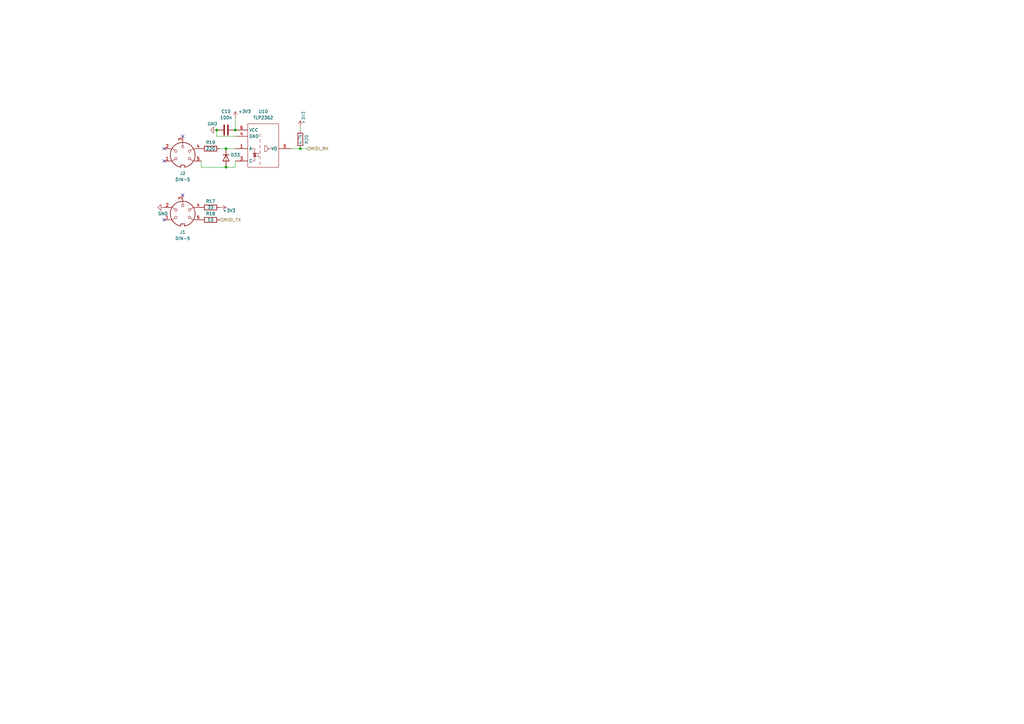
<source format=kicad_sch>
(kicad_sch (version 20230121) (generator eeschema)
  (paper "A3")
  (lib_symbols
    (symbol "Connector:DIN-5" (pin_names (offset 1.016))
      (property "Reference" "J2" (at 0.0001 -7.62 0))
      (property "Value" "DIN-5" (at 0.0001 -10.16 0))
      (symbol "DIN-5_0_1"
        (arc (start -5.08 0) (mid -3.8609 -3.3364) (end -0.762 -5.08) (stroke (width 0.254)))
        (circle (center -2.794 -1.524) (radius 0.508))
        (circle (center -2.794 1.524) (radius 0.508))
        (polyline (pts (xy 0 5.08) (xy 0 3.81)))
        (polyline (pts (xy -5.08 -2.54) (xy -4.318 -2.54) (xy -3.175 -1.905)))
        (polyline (pts (xy -5.08 2.54) (xy -4.318 2.54) (xy -3.175 1.905)))
        (polyline (pts (xy 5.08 -2.54) (xy 4.318 -2.54) (xy 3.175 -1.905)))
        (polyline (pts (xy 5.08 2.54) (xy 4.318 2.54) (xy 3.175 1.905)))
        (polyline (pts (xy -0.762 -4.953) (xy -0.762 -4.191) (xy 0.762 -4.191) (xy 0.762 -4.953)) (stroke (width 0.254)))
        (circle (center 0 3.302) (radius 0.508))
        (arc (start 0.762 -5.08) (mid 3.8685 -3.343) (end 5.08 0) (stroke (width 0.254)))
        (circle (center 2.794 -1.524) (radius 0.508))
        (circle (center 2.794 1.524) (radius 0.508))
        (arc (start 5.08 0) (mid 0 5.0579) (end -5.08 0) (stroke (width 0.254)))
      )
      (symbol "DIN-5_1_1"
        (pin passive line (at -7.62 -2.54 0) (length 2.54) (name "~") (number "1"))
        (pin passive line (at -7.62 2.54 0) (length 2.54) (name "~") (number "2"))
        (pin passive line (at 0 7.62 270) (length 2.54) (name "~") (number "3"))
        (pin passive line (at 7.62 2.54 180) (length 2.54) (name "~") (number "4"))
        (pin passive line (at 7.62 -2.54 180) (length 2.54) (name "~") (number "5"))
        (pin no_connect line (at 12.7 15.24 180) (length 2.54) hide (name "") (number "6"))
        (pin no_connect line (at 12.7 12.7 180) (length 2.54) hide (name "") (number "7"))
        (pin no_connect line (at 12.7 10.16 180) (length 2.54) hide (name "") (number "8"))
        (pin no_connect line (at 12.7 7.62 180) (length 2.54) hide (name "") (number "9"))
      )
    )
    (symbol "DIN-5_1" (pin_names (offset 1.016))
      (property "Reference" "J1" (at 0.0001 -7.62 0))
      (property "Value" "DIN-5" (at 0.0001 -10.16 0))
      (symbol "DIN-5_1_0_1"
        (arc (start -5.08 0) (mid -3.8609 -3.3364) (end -0.762 -5.08) (stroke (width 0.254)))
        (circle (center -2.794 -1.524) (radius 0.508))
        (circle (center -2.794 1.524) (radius 0.508))
        (polyline (pts (xy 0 5.08) (xy 0 3.81)))
        (polyline (pts (xy -5.08 -2.54) (xy -4.318 -2.54) (xy -3.175 -1.905)))
        (polyline (pts (xy -5.08 2.54) (xy -4.318 2.54) (xy -3.175 1.905)))
        (polyline (pts (xy 5.08 -2.54) (xy 4.318 -2.54) (xy 3.175 -1.905)))
        (polyline (pts (xy 5.08 2.54) (xy 4.318 2.54) (xy 3.175 1.905)))
        (polyline (pts (xy -0.762 -4.953) (xy -0.762 -4.191) (xy 0.762 -4.191) (xy 0.762 -4.953)) (stroke (width 0.254)))
        (circle (center 0 3.302) (radius 0.508))
        (arc (start 0.762 -5.08) (mid 3.8685 -3.343) (end 5.08 0) (stroke (width 0.254)))
        (circle (center 2.794 -1.524) (radius 0.508))
        (circle (center 2.794 1.524) (radius 0.508))
        (arc (start 5.08 0) (mid 0 5.0579) (end -5.08 0) (stroke (width 0.254)))
      )
      (symbol "DIN-5_1_1_1"
        (pin passive line (at -7.62 -2.54 0) (length 2.54) (name "~") (number "1"))
        (pin passive line (at -7.62 2.54 0) (length 2.54) (name "~") (number "2"))
        (pin passive line (at 0 7.62 270) (length 2.54) (name "~") (number "3"))
        (pin passive line (at 7.62 2.54 180) (length 2.54) (name "~") (number "4"))
        (pin passive line (at 7.62 -2.54 180) (length 2.54) (name "~") (number "5"))
        (pin no_connect line (at 10.16 20.32 180) (length 2.54) hide (name "") (number "6"))
        (pin no_connect line (at 10.16 17.78 180) (length 2.54) hide (name "") (number "7"))
        (pin no_connect line (at 10.16 15.24 180) (length 2.54) hide (name "") (number "8"))
        (pin no_connect line (at 10.16 12.7 180) (length 2.54) hide (name "") (number "9"))
      )
    )
    (symbol "Device:C" (pin_numbers hide) (pin_names (offset 0.254))
      (property "Reference" "C" (at 0.635 2.54 0))
      (property "Value" "C" (at 0.635 -2.54 0))
      (symbol "C_0_1"
        (polyline (pts (xy -2.032 -0.762) (xy 2.032 -0.762)) (stroke (width 0.508)))
        (polyline (pts (xy -2.032 0.762) (xy 2.032 0.762)) (stroke (width 0.508)))
      )
      (symbol "C_1_1"
        (pin passive line (at 0 3.81 270) (length 2.794) (name "~") (number "1"))
        (pin passive line (at 0 -3.81 90) (length 2.794) (name "~") (number "2"))
      )
    )
    (symbol "Device:R" (pin_numbers hide) (pin_names (offset 0))
      (property "Reference" "R" (at 2.032 0 90))
      (property "Value" "R" (at 0 0 90))
      (symbol "R_0_1"
        (rectangle (start -1.016 -2.54) (end 1.016 2.54) (stroke (width 0.254)))
      )
      (symbol "R_1_1"
        (pin passive line (at 0 3.81 270) (length 1.27) (name "~") (number "1"))
        (pin passive line (at 0 -3.81 90) (length 1.27) (name "~") (number "2"))
      )
    )
    (symbol "Diode:1N4148WT" (pin_numbers hide) (pin_names (offset 1.016) hide)
      (property "Reference" "D" (at 0 2.54 0))
      (property "Value" "1N4148WT" (at 0 -2.54 0))
      (symbol "1N4148WT_0_1"
        (polyline (pts (xy -1.27 1.27) (xy -1.27 -1.27)) (stroke (width 0.254)))
        (polyline (pts (xy 1.27 0) (xy -1.27 0)))
        (polyline (pts (xy 1.27 1.27) (xy 1.27 -1.27) (xy -1.27 0) (xy 1.27 1.27)) (stroke (width 0.254)))
      )
      (symbol "1N4148WT_1_1"
        (pin passive line (at -3.81 0 0) (length 2.54) (name "K") (number "1"))
        (pin passive line (at 3.81 0 180) (length 2.54) (name "A") (number "2"))
      )
    )
    (symbol "Igor:TLP2362"
      (property "Reference" "U?" (at 6.35 21.59 0))
      (property "Value" "TLP2362" (at 6.35 19.05 0))
      (symbol "TLP2362_0_1"
        (polyline (pts (xy 6.985 8.89) (xy 6.985 6.35)))
        (polyline (pts (xy 9.652 7.62) (xy 8.7376 7.62)))
        (polyline (pts (xy 1.7526 2.54) (xy 2.8956 2.54) (xy 2.8956 7.62) (xy 1.7526 7.62)))
        (arc (start 6.985 6.35) (mid 7.883 6.722) (end 8.255 7.62))
        (arc (start 8.255 7.62) (mid 7.883 8.518) (end 6.985 8.89))
        (circle (center 8.509 7.62) (radius 0.1796) (stroke (width 0.05)))
      )
      (symbol "TLP2362_1_1"
        (polyline (pts (xy 2.2606 4.445) (xy 3.5306 4.445)) (stroke (width 0.254)))
        (polyline (pts (xy 5.0546 2.286) (xy 5.0546 1.016)))
        (polyline (pts (xy 5.0546 4.572) (xy 5.0546 3.302)))
        (polyline (pts (xy 5.0546 6.858) (xy 5.0546 5.588)))
        (polyline (pts (xy 5.0546 9.144) (xy 5.0546 7.874)))
        (polyline (pts (xy 5.0546 11.43) (xy 5.0546 10.16)))
        (polyline (pts (xy 5.0546 13.716) (xy 5.0546 12.446)))
        (polyline (pts (xy 2.8956 4.445) (xy 2.2606 5.715) (xy 3.5306 5.715) (xy 2.8956 4.445)) (stroke (width 0.254)))
        (polyline (pts (xy 3.9116 4.572) (xy 4.6736 4.572) (xy 4.2926 4.445) (xy 4.2926 4.699) (xy 4.6736 4.572)) (stroke (width 0.127)))
        (polyline (pts (xy 3.9116 5.588) (xy 4.6736 5.588) (xy 4.2926 5.461) (xy 4.2926 5.715) (xy 4.6736 5.588)) (stroke (width 0.127)))
        (rectangle (start 0 17.78) (end 12.7 0))
        (pin passive line (at -5.08 7.62 0) (length 5.08) (name "A") (number "1"))
        (pin passive line (at -5.08 2.54 0) (length 5.08) (name "C") (number "3"))
        (pin power_in line (at -5.08 12.7 0) (length 5.08) (name "GND") (number "4"))
        (pin open_collector line (at 17.78 7.62 180) (length 5.08) (name "VO") (number "5"))
        (pin power_in line (at -5.08 15.24 0) (length 5.08) (name "VCC") (number "6"))
      )
    )
    (symbol "power:+3.3V" (power) (pin_names (offset 0))
      (property "Value" "+3.3V" (at 0 3.556 0))
      (symbol "+3.3V_0_1"
        (polyline (pts (xy -0.762 1.27) (xy 0 2.54)))
        (polyline (pts (xy 0 0) (xy 0 2.54)))
        (polyline (pts (xy 0 2.54) (xy 0.762 1.27)))
      )
      (symbol "+3.3V_1_1"
        (pin power_in line (at 0 0 90) (length 0) hide (name "+3V3") (number "1"))
      )
    )
    (symbol "power:GND" (power) (pin_names (offset 0))
      (property "Value" "GND" (at 0 -3.81 0))
      (symbol "GND_0_1"
        (polyline (pts (xy 0 0) (xy 0 -1.27) (xy 1.27 -1.27) (xy 0 -2.54) (xy -1.27 -1.27) (xy 0 -1.27)))
      )
      (symbol "GND_1_1"
        (pin power_in line (at 0 0 270) (length 0) hide (name "GND") (number "1"))
      )
    )
  )
  (junction (at 92.71 68.58))
  (junction (at 96.52 53.34))
  (junction (at 92.71 60.96))
  (junction (at 123.19 60.96))
  (junction (at 88.9 53.34))
  (no_connect (at 74.93 55.88))
  (no_connect (at 74.93 80.01))
  (no_connect (at 67.31 90.17))
  (no_connect (at 67.31 66.04))
  (no_connect (at 67.31 60.96))
  (wire (pts (xy 96.52 55.88) (xy 88.9 55.88)))
  (wire (pts (xy 92.71 68.58) (xy 96.52 68.58)))
  (wire (pts (xy 123.19 60.96) (xy 125.73 60.96)))
  (wire (pts (xy 119.38 60.96) (xy 123.19 60.96)))
  (wire (pts (xy 82.55 68.58) (xy 82.55 66.04)))
  (wire (pts (xy 90.17 60.96) (xy 92.71 60.96)))
  (wire (pts (xy 88.9 55.88) (xy 88.9 53.34)))
  (wire (pts (xy 96.52 48.26) (xy 96.52 53.34)))
  (wire (pts (xy 92.71 60.96) (xy 96.52 60.96)))
  (wire (pts (xy 96.52 68.58) (xy 96.52 66.04)))
  (wire (pts (xy 123.19 52.07) (xy 123.19 53.34)))
  (wire (pts (xy 82.55 68.58) (xy 92.71 68.58)))
  (hierarchical_label "MIDI_RX" (shape input) (at 125.73 60.96 0))
  (hierarchical_label "MIDI_TX" (shape input) (at 90.17 90.17 0))
  (symbol (lib_id "Device:R") (at 123.19 57.15 0) (unit 1)
    (property "Reference" "R20" (at 125.73 57.15 90))
    (property "Value" "4.7k" (at 123.19 57.15 90))
    (property "Footprint" "Resistor_SMD:R_0402_1005Metric" (effects hide))
    (property "LCSC" "C25900" (effects hide))
  )
  (symbol (lib_id "power:GND") (at 88.9 53.34 270) (unit 1)
    (property "Reference" "#PWR0145" (effects hide))
    (property "Value" "GND" (at 85.09 50.8 90) (effects (justify left)))
  )
  (symbol (lib_id "power:+3.3V") (at 96.52 48.26 0) (mirror y) (unit 1)
    (property "Reference" "#PWR0144" (effects hide))
    (property "Value" "+3.3V" (at 100.33 45.72 0))
  )
  (symbol (lib_id "Device:C") (at 92.71 53.34 90) (unit 1)
    (property "Reference" "C10" (at 92.71 45.72 90))
    (property "Value" "100n" (at 92.71 48.26 90))
    (property "Footprint" "Capacitor_SMD:C_0402_1005Metric" (effects hide))
    (property "LCSC" "C1525" (effects hide))
  )
  (symbol (lib_id "Device:R") (at 86.36 60.96 90) (unit 1)
    (property "Reference" "R19" (at 86.36 58.42 90))
    (property "Value" "220" (at 86.36 60.96 90))
    (property "Footprint" "Resistor_SMD:R_0402_1005Metric" (effects hide))
    (property "LCSC" "C25091" (effects hide))
  )
  (symbol (lib_id "power:+3.3V") (at 123.19 52.07 0) (unit 1)
    (property "Reference" "#PWR0148" (effects hide))
    (property "Value" "+3.3V" (at 124.46 48.26 90))
  )
  (symbol (lib_name "DIN-5_1") (lib_id "Connector:DIN-5") (at 74.93 87.63 0) (unit 1)
    (property "Reference" "J1" (at 74.9301 95.25 0))
    (property "Value" "DIN-5" (at 74.9301 97.79 0))
    (property "Footprint" "igor_footprint_lib:DIN5" (effects hide))
    (property "Datasheet" "http://www.mouser.com/ds/2/18/40_c091_abd_e-75918.pdf" (effects hide))
  )
  (symbol (lib_id "power:GND") (at 67.31 85.09 270) (mirror x) (unit 1)
    (property "Reference" "#PWR0143" (effects hide))
    (property "Value" "GND" (at 64.77 87.63 90) (effects (justify left)))
  )
  (symbol (lib_id "Igor:TLP2362") (at 101.6 68.58 0) (unit 1)
    (property "Reference" "U10" (at 107.95 45.72 0))
    (property "Value" "TLP2362" (at 107.95 48.26 0))
    (property "Footprint" "Package_SO:SO-5_4.4x3.6mm_P1.27mm" (effects hide))
    (property "LCSC" "C37658" (effects hide))
  )
  (symbol (lib_id "Connector:DIN-5") (at 74.93 63.5 0) (unit 1)
    (property "Reference" "J2" (at 74.9301 71.12 0))
    (property "Value" "DIN-5" (at 74.9301 73.66 0))
    (property "Footprint" "igor_footprint_lib:DIN5" (effects hide))
    (property "Datasheet" "http://www.mouser.com/ds/2/18/40_c091_abd_e-75918.pdf" (effects hide))
  )
  (symbol (lib_id "power:+3.3V") (at 90.17 85.09 270) (unit 1)
    (property "Reference" "#PWR0142" (effects hide))
    (property "Value" "+3.3V" (at 93.98 86.36 90))
  )
  (symbol (lib_id "Device:R") (at 86.36 85.09 90) (unit 1)
    (property "Reference" "R17" (at 86.36 82.55 90))
    (property "Value" "33" (at 86.36 85.09 90))
    (property "Footprint" "Resistor_SMD:R_0402_1005Metric" (effects hide))
    (property "LCSC" "C25105" (effects hide))
  )
  (symbol (lib_id "Diode:1N4148WT") (at 92.71 64.77 270) (unit 1)
    (property "Reference" "D33" (at 96.52 63.5 90))
    (property "Value" "1N4148WT" (effects hide))
    (property "Footprint" "Diode_SMD:D_SOD-523" (effects hide))
    (property "Datasheet" "https://www.diodes.com/assets/Datasheets/ds30396.pdf" (effects hide))
    (property "LCSC" "C232841" (effects hide))
  )
  (symbol (lib_id "Device:R") (at 86.36 90.17 90) (unit 1)
    (property "Reference" "R18" (at 86.36 87.63 90))
    (property "Value" "10" (at 86.36 90.17 90))
    (property "Footprint" "Resistor_SMD:R_0402_1005Metric" (effects hide))
    (property "LCSC" "C25077" (effects hide))
  )
)
</source>
